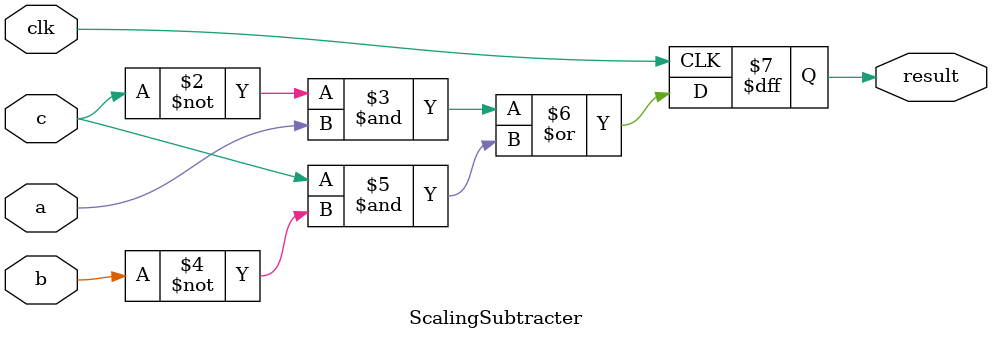
<source format=sv>
/****************************************************************************
 * ScalingSubtracter.sv
 ****************************************************************************/

/**
 * Module: ScalingSubtracter
 * 
 * TODO: Add module documentation
 */
module ScalingSubtracter(input logic a,
						 input logic b,
						 input logic c,// généré par le SNG
					   	 input logic clk,
						 output logic result);
	
	always @(posedge clk)
		result <= (~c & a) | (c & ~b);
		
endmodule



</source>
